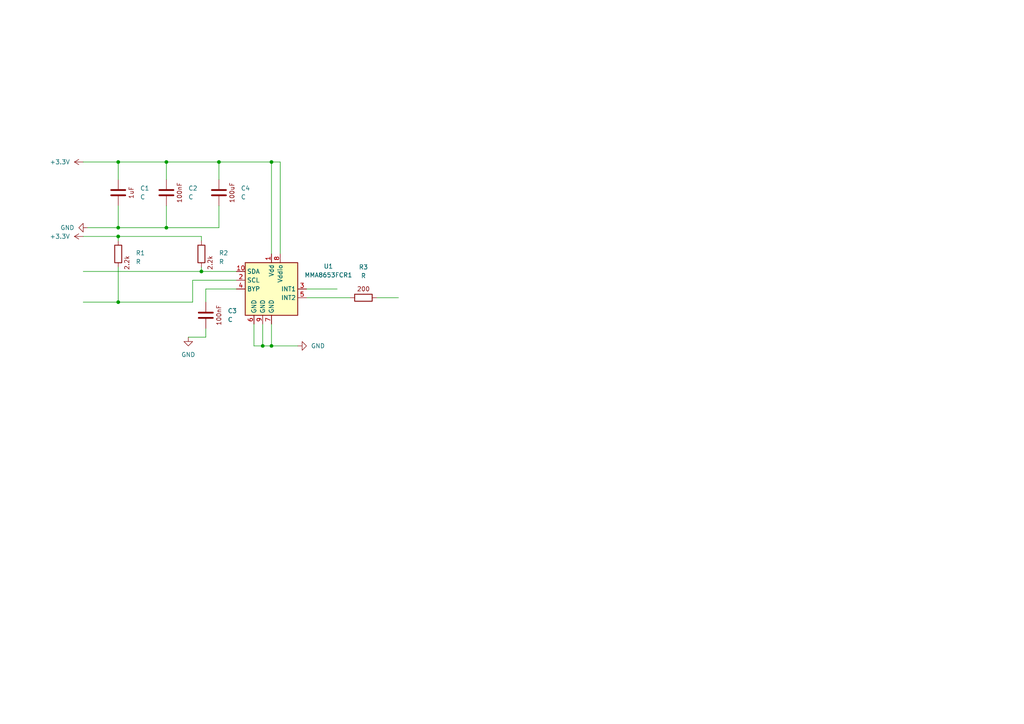
<source format=kicad_sch>
(kicad_sch (version 20211123) (generator eeschema)

  (uuid d236a666-e4e7-4b0f-afb4-96552d60ad53)

  (paper "A4")

  (lib_symbols
    (symbol "C_1" (pin_numbers hide) (pin_names (offset 0.254)) (in_bom yes) (on_board yes)
      (property "Reference" "C" (id 0) (at 0.635 2.54 0)
        (effects (font (size 1.27 1.27)) (justify left))
      )
      (property "Value" "C_1" (id 1) (at 0.635 -2.54 0)
        (effects (font (size 1.27 1.27)) (justify left))
      )
      (property "Footprint" "" (id 2) (at 0.9652 -3.81 0)
        (effects (font (size 1.27 1.27)) hide)
      )
      (property "Datasheet" "~" (id 3) (at 0 0 0)
        (effects (font (size 1.27 1.27)) hide)
      )
      (property "ki_keywords" "cap capacitor" (id 4) (at 0 0 0)
        (effects (font (size 1.27 1.27)) hide)
      )
      (property "ki_description" "Unpolarized capacitor" (id 5) (at 0 0 0)
        (effects (font (size 1.27 1.27)) hide)
      )
      (property "ki_fp_filters" "C_*" (id 6) (at 0 0 0)
        (effects (font (size 1.27 1.27)) hide)
      )
      (symbol "C_1_0_0"
        (text "100uF" (at 3.81 0 900)
          (effects (font (size 1.27 1.27)))
        )
      )
      (symbol "C_1_0_1"
        (polyline
          (pts
            (xy -2.032 -0.762)
            (xy 2.032 -0.762)
          )
          (stroke (width 0.508) (type default) (color 0 0 0 0))
          (fill (type none))
        )
        (polyline
          (pts
            (xy -2.032 0.762)
            (xy 2.032 0.762)
          )
          (stroke (width 0.508) (type default) (color 0 0 0 0))
          (fill (type none))
        )
      )
      (symbol "C_1_1_1"
        (pin passive line (at 0 3.81 270) (length 2.794)
          (name "~" (effects (font (size 1.27 1.27))))
          (number "1" (effects (font (size 1.27 1.27))))
        )
        (pin passive line (at 0 -3.81 90) (length 2.794)
          (name "~" (effects (font (size 1.27 1.27))))
          (number "2" (effects (font (size 1.27 1.27))))
        )
      )
    )
    (symbol "C_2" (pin_numbers hide) (pin_names (offset 0.254)) (in_bom yes) (on_board yes)
      (property "Reference" "C" (id 0) (at 0.635 2.54 0)
        (effects (font (size 1.27 1.27)) (justify left))
      )
      (property "Value" "C_2" (id 1) (at 0.635 -2.54 0)
        (effects (font (size 1.27 1.27)) (justify left))
      )
      (property "Footprint" "" (id 2) (at 0.9652 -3.81 0)
        (effects (font (size 1.27 1.27)) hide)
      )
      (property "Datasheet" "~" (id 3) (at 0 0 0)
        (effects (font (size 1.27 1.27)) hide)
      )
      (property "ki_keywords" "cap capacitor" (id 4) (at 0 0 0)
        (effects (font (size 1.27 1.27)) hide)
      )
      (property "ki_description" "Unpolarized capacitor" (id 5) (at 0 0 0)
        (effects (font (size 1.27 1.27)) hide)
      )
      (property "ki_fp_filters" "C_*" (id 6) (at 0 0 0)
        (effects (font (size 1.27 1.27)) hide)
      )
      (symbol "C_2_0_0"
        (text "1uF" (at 3.81 0 900)
          (effects (font (size 1.27 1.27)))
        )
      )
      (symbol "C_2_0_1"
        (polyline
          (pts
            (xy -2.032 -0.762)
            (xy 2.032 -0.762)
          )
          (stroke (width 0.508) (type default) (color 0 0 0 0))
          (fill (type none))
        )
        (polyline
          (pts
            (xy -2.032 0.762)
            (xy 2.032 0.762)
          )
          (stroke (width 0.508) (type default) (color 0 0 0 0))
          (fill (type none))
        )
      )
      (symbol "C_2_1_1"
        (pin passive line (at 0 3.81 270) (length 2.794)
          (name "~" (effects (font (size 1.27 1.27))))
          (number "1" (effects (font (size 1.27 1.27))))
        )
        (pin passive line (at 0 -3.81 90) (length 2.794)
          (name "~" (effects (font (size 1.27 1.27))))
          (number "2" (effects (font (size 1.27 1.27))))
        )
      )
    )
    (symbol "Device:C" (pin_numbers hide) (pin_names (offset 0.254)) (in_bom yes) (on_board yes)
      (property "Reference" "C" (id 0) (at 0.635 2.54 0)
        (effects (font (size 1.27 1.27)) (justify left))
      )
      (property "Value" "C" (id 1) (at 0.635 -2.54 0)
        (effects (font (size 1.27 1.27)) (justify left))
      )
      (property "Footprint" "" (id 2) (at 0.9652 -3.81 0)
        (effects (font (size 1.27 1.27)) hide)
      )
      (property "Datasheet" "~" (id 3) (at 0 0 0)
        (effects (font (size 1.27 1.27)) hide)
      )
      (property "ki_keywords" "cap capacitor" (id 4) (at 0 0 0)
        (effects (font (size 1.27 1.27)) hide)
      )
      (property "ki_description" "Unpolarized capacitor" (id 5) (at 0 0 0)
        (effects (font (size 1.27 1.27)) hide)
      )
      (property "ki_fp_filters" "C_*" (id 6) (at 0 0 0)
        (effects (font (size 1.27 1.27)) hide)
      )
      (symbol "C_0_0"
        (text "100nF" (at 3.81 0 900)
          (effects (font (size 1.27 1.27)))
        )
      )
      (symbol "C_0_1"
        (polyline
          (pts
            (xy -2.032 -0.762)
            (xy 2.032 -0.762)
          )
          (stroke (width 0.508) (type default) (color 0 0 0 0))
          (fill (type none))
        )
        (polyline
          (pts
            (xy -2.032 0.762)
            (xy 2.032 0.762)
          )
          (stroke (width 0.508) (type default) (color 0 0 0 0))
          (fill (type none))
        )
      )
      (symbol "C_1_1"
        (pin passive line (at 0 3.81 270) (length 2.794)
          (name "~" (effects (font (size 1.27 1.27))))
          (number "1" (effects (font (size 1.27 1.27))))
        )
        (pin passive line (at 0 -3.81 90) (length 2.794)
          (name "~" (effects (font (size 1.27 1.27))))
          (number "2" (effects (font (size 1.27 1.27))))
        )
      )
    )
    (symbol "Device:R" (pin_numbers hide) (pin_names (offset 0)) (in_bom yes) (on_board yes)
      (property "Reference" "R" (id 0) (at 2.032 0 90)
        (effects (font (size 1.27 1.27)))
      )
      (property "Value" "R" (id 1) (at 0 0 90)
        (effects (font (size 1.27 1.27)))
      )
      (property "Footprint" "" (id 2) (at -1.778 0 90)
        (effects (font (size 1.27 1.27)) hide)
      )
      (property "Datasheet" "~" (id 3) (at 0 0 0)
        (effects (font (size 1.27 1.27)) hide)
      )
      (property "ki_keywords" "R res resistor" (id 4) (at 0 0 0)
        (effects (font (size 1.27 1.27)) hide)
      )
      (property "ki_description" "Resistor" (id 5) (at 0 0 0)
        (effects (font (size 1.27 1.27)) hide)
      )
      (property "ki_fp_filters" "R_*" (id 6) (at 0 0 0)
        (effects (font (size 1.27 1.27)) hide)
      )
      (symbol "R_0_0"
        (text "2.2k" (at 2.54 -2.54 900)
          (effects (font (size 1.27 1.27)))
        )
      )
      (symbol "R_0_1"
        (rectangle (start -1.016 -2.54) (end 1.016 2.54)
          (stroke (width 0.254) (type default) (color 0 0 0 0))
          (fill (type none))
        )
      )
      (symbol "R_1_1"
        (pin passive line (at 0 3.81 270) (length 1.27)
          (name "~" (effects (font (size 1.27 1.27))))
          (number "1" (effects (font (size 1.27 1.27))))
        )
        (pin passive line (at 0 -3.81 90) (length 1.27)
          (name "~" (effects (font (size 1.27 1.27))))
          (number "2" (effects (font (size 1.27 1.27))))
        )
      )
    )
    (symbol "R_1" (pin_numbers hide) (pin_names (offset 0)) (in_bom yes) (on_board yes)
      (property "Reference" "R" (id 0) (at 2.032 0 90)
        (effects (font (size 1.27 1.27)))
      )
      (property "Value" "R_1" (id 1) (at 0 0 90)
        (effects (font (size 1.27 1.27)))
      )
      (property "Footprint" "" (id 2) (at -1.778 0 90)
        (effects (font (size 1.27 1.27)) hide)
      )
      (property "Datasheet" "~" (id 3) (at 0 0 0)
        (effects (font (size 1.27 1.27)) hide)
      )
      (property "ki_keywords" "R res resistor" (id 4) (at 0 0 0)
        (effects (font (size 1.27 1.27)) hide)
      )
      (property "ki_description" "Resistor" (id 5) (at 0 0 0)
        (effects (font (size 1.27 1.27)) hide)
      )
      (property "ki_fp_filters" "R_*" (id 6) (at 0 0 0)
        (effects (font (size 1.27 1.27)) hide)
      )
      (symbol "R_1_0_0"
        (text "200" (at -2.54 0 900)
          (effects (font (size 1.27 1.27)))
        )
      )
      (symbol "R_1_0_1"
        (rectangle (start -1.016 -2.54) (end 1.016 2.54)
          (stroke (width 0.254) (type default) (color 0 0 0 0))
          (fill (type none))
        )
      )
      (symbol "R_1_1_1"
        (pin passive line (at 0 3.81 270) (length 1.27)
          (name "~" (effects (font (size 1.27 1.27))))
          (number "1" (effects (font (size 1.27 1.27))))
        )
        (pin passive line (at 0 -3.81 90) (length 1.27)
          (name "~" (effects (font (size 1.27 1.27))))
          (number "2" (effects (font (size 1.27 1.27))))
        )
      )
    )
    (symbol "Sensor_Motion:MMA8653FCR1" (in_bom yes) (on_board yes)
      (property "Reference" "U" (id 0) (at -7.62 8.89 0)
        (effects (font (size 1.27 1.27)) (justify left))
      )
      (property "Value" "MMA8653FCR1" (id 1) (at 1.27 -8.89 0)
        (effects (font (size 1.27 1.27)) (justify left))
      )
      (property "Footprint" "Package_DFN_QFN:DFN-10_2x2mm_P0.4mm" (id 2) (at 1.27 -11.43 0)
        (effects (font (size 1.27 1.27)) (justify left) hide)
      )
      (property "Datasheet" "http://cache.freescale.com/files/sensors/doc/data_sheet/MMA8653FC.pdf" (id 3) (at -5.08 -1.27 0)
        (effects (font (size 1.27 1.27)) hide)
      )
      (property "ki_keywords" "Accelerometer I2C" (id 4) (at 0 0 0)
        (effects (font (size 1.27 1.27)) hide)
      )
      (property "ki_description" "3-Axis 10-bit Digital Accelerometer with I2C interface" (id 5) (at 0 0 0)
        (effects (font (size 1.27 1.27)) hide)
      )
      (property "ki_fp_filters" "DFN*2x2mm*P0.4mm*" (id 6) (at 0 0 0)
        (effects (font (size 1.27 1.27)) hide)
      )
      (symbol "MMA8653FCR1_0_1"
        (rectangle (start -7.62 7.62) (end 7.62 -7.62)
          (stroke (width 0.254) (type default) (color 0 0 0 0))
          (fill (type background))
        )
      )
      (symbol "MMA8653FCR1_1_1"
        (pin power_in line (at 0 10.16 270) (length 2.54)
          (name "Vdd" (effects (font (size 1.27 1.27))))
          (number "1" (effects (font (size 1.27 1.27))))
        )
        (pin input line (at -10.16 5.08 0) (length 2.54)
          (name "SDA" (effects (font (size 1.27 1.27))))
          (number "10" (effects (font (size 1.27 1.27))))
        )
        (pin input line (at -10.16 2.54 0) (length 2.54)
          (name "SCL" (effects (font (size 1.27 1.27))))
          (number "2" (effects (font (size 1.27 1.27))))
        )
        (pin output line (at 10.16 0 180) (length 2.54)
          (name "INT1" (effects (font (size 1.27 1.27))))
          (number "3" (effects (font (size 1.27 1.27))))
        )
        (pin input line (at -10.16 0 0) (length 2.54)
          (name "BYP" (effects (font (size 1.27 1.27))))
          (number "4" (effects (font (size 1.27 1.27))))
        )
        (pin output line (at 10.16 -2.54 180) (length 2.54)
          (name "INT2" (effects (font (size 1.27 1.27))))
          (number "5" (effects (font (size 1.27 1.27))))
        )
        (pin power_in line (at -5.08 -10.16 90) (length 2.54)
          (name "GND" (effects (font (size 1.27 1.27))))
          (number "6" (effects (font (size 1.27 1.27))))
        )
        (pin power_in line (at 0 -10.16 90) (length 2.54)
          (name "GND" (effects (font (size 1.27 1.27))))
          (number "7" (effects (font (size 1.27 1.27))))
        )
        (pin power_in line (at 2.54 10.16 270) (length 2.54)
          (name "Vddio" (effects (font (size 1.27 1.27))))
          (number "8" (effects (font (size 1.27 1.27))))
        )
        (pin power_in line (at -2.54 -10.16 90) (length 2.54)
          (name "GND" (effects (font (size 1.27 1.27))))
          (number "9" (effects (font (size 1.27 1.27))))
        )
      )
    )
    (symbol "power:+3.3V" (power) (pin_names (offset 0)) (in_bom yes) (on_board yes)
      (property "Reference" "#PWR" (id 0) (at 0 -3.81 0)
        (effects (font (size 1.27 1.27)) hide)
      )
      (property "Value" "+3.3V" (id 1) (at 0 3.556 0)
        (effects (font (size 1.27 1.27)))
      )
      (property "Footprint" "" (id 2) (at 0 0 0)
        (effects (font (size 1.27 1.27)) hide)
      )
      (property "Datasheet" "" (id 3) (at 0 0 0)
        (effects (font (size 1.27 1.27)) hide)
      )
      (property "ki_keywords" "power-flag" (id 4) (at 0 0 0)
        (effects (font (size 1.27 1.27)) hide)
      )
      (property "ki_description" "Power symbol creates a global label with name \"+3.3V\"" (id 5) (at 0 0 0)
        (effects (font (size 1.27 1.27)) hide)
      )
      (symbol "+3.3V_0_1"
        (polyline
          (pts
            (xy -0.762 1.27)
            (xy 0 2.54)
          )
          (stroke (width 0) (type default) (color 0 0 0 0))
          (fill (type none))
        )
        (polyline
          (pts
            (xy 0 0)
            (xy 0 2.54)
          )
          (stroke (width 0) (type default) (color 0 0 0 0))
          (fill (type none))
        )
        (polyline
          (pts
            (xy 0 2.54)
            (xy 0.762 1.27)
          )
          (stroke (width 0) (type default) (color 0 0 0 0))
          (fill (type none))
        )
      )
      (symbol "+3.3V_1_1"
        (pin power_in line (at 0 0 90) (length 0) hide
          (name "+3.3V" (effects (font (size 1.27 1.27))))
          (number "1" (effects (font (size 1.27 1.27))))
        )
      )
    )
    (symbol "power:GND" (power) (pin_names (offset 0)) (in_bom yes) (on_board yes)
      (property "Reference" "#PWR" (id 0) (at 0 -6.35 0)
        (effects (font (size 1.27 1.27)) hide)
      )
      (property "Value" "GND" (id 1) (at 0 -3.81 0)
        (effects (font (size 1.27 1.27)))
      )
      (property "Footprint" "" (id 2) (at 0 0 0)
        (effects (font (size 1.27 1.27)) hide)
      )
      (property "Datasheet" "" (id 3) (at 0 0 0)
        (effects (font (size 1.27 1.27)) hide)
      )
      (property "ki_keywords" "power-flag" (id 4) (at 0 0 0)
        (effects (font (size 1.27 1.27)) hide)
      )
      (property "ki_description" "Power symbol creates a global label with name \"GND\" , ground" (id 5) (at 0 0 0)
        (effects (font (size 1.27 1.27)) hide)
      )
      (symbol "GND_0_1"
        (polyline
          (pts
            (xy 0 0)
            (xy 0 -1.27)
            (xy 1.27 -1.27)
            (xy 0 -2.54)
            (xy -1.27 -1.27)
            (xy 0 -1.27)
          )
          (stroke (width 0) (type default) (color 0 0 0 0))
          (fill (type none))
        )
      )
      (symbol "GND_1_1"
        (pin power_in line (at 0 0 270) (length 0) hide
          (name "GND" (effects (font (size 1.27 1.27))))
          (number "1" (effects (font (size 1.27 1.27))))
        )
      )
    )
  )

  (junction (at 34.29 68.58) (diameter 0) (color 0 0 0 0)
    (uuid 02642d39-88f9-481d-ba7c-d83ab50b8154)
  )
  (junction (at 63.5 46.99) (diameter 0) (color 0 0 0 0)
    (uuid 1740acf6-713b-4e1b-bcaa-8e07b3732ee4)
  )
  (junction (at 76.2 100.33) (diameter 0) (color 0 0 0 0)
    (uuid 252756de-538b-4822-8e5b-1fb12653ef1f)
  )
  (junction (at 48.26 66.04) (diameter 0) (color 0 0 0 0)
    (uuid 633a397b-5f50-4a87-af2c-b11383adeeda)
  )
  (junction (at 34.29 46.99) (diameter 0) (color 0 0 0 0)
    (uuid 6adcd807-8430-42f8-9033-7af34713bb2c)
  )
  (junction (at 34.29 87.63) (diameter 0) (color 0 0 0 0)
    (uuid 6f2c5486-0822-450e-a0f3-dcac232528c5)
  )
  (junction (at 34.29 66.04) (diameter 0) (color 0 0 0 0)
    (uuid 8477f67b-1012-4688-9f41-58c88c5a4417)
  )
  (junction (at 58.42 78.74) (diameter 0) (color 0 0 0 0)
    (uuid 9b44d971-430d-4247-ac56-3375021a5035)
  )
  (junction (at 78.74 100.33) (diameter 0) (color 0 0 0 0)
    (uuid c7f5c335-470d-493d-b3f5-1e22ed9b999f)
  )
  (junction (at 48.26 46.99) (diameter 0) (color 0 0 0 0)
    (uuid e5fdc36e-1ac8-476b-ac98-9f88dee8509e)
  )
  (junction (at 78.74 46.99) (diameter 0) (color 0 0 0 0)
    (uuid eb2be10f-93f0-4eee-a4d5-35d010c287f4)
  )

  (wire (pts (xy 63.5 46.99) (xy 63.5 52.07))
    (stroke (width 0) (type default) (color 0 0 0 0))
    (uuid 03738ea7-4da0-4335-a306-858304d9022a)
  )
  (wire (pts (xy 24.13 46.99) (xy 34.29 46.99))
    (stroke (width 0) (type default) (color 0 0 0 0))
    (uuid 058608f5-4e07-43ca-83d9-790b6c67df3a)
  )
  (wire (pts (xy 81.28 46.99) (xy 81.28 73.66))
    (stroke (width 0) (type default) (color 0 0 0 0))
    (uuid 1c16e659-b43c-4279-abe1-5e661bd68542)
  )
  (wire (pts (xy 59.69 95.25) (xy 59.69 97.79))
    (stroke (width 0) (type default) (color 0 0 0 0))
    (uuid 24c7a419-9a16-40cc-99dd-8e14c9d084e1)
  )
  (wire (pts (xy 25.4 66.04) (xy 34.29 66.04))
    (stroke (width 0) (type default) (color 0 0 0 0))
    (uuid 25cbcb55-810f-4225-9d28-27922997aff3)
  )
  (wire (pts (xy 109.22 86.36) (xy 115.57 86.36))
    (stroke (width 0) (type default) (color 0 0 0 0))
    (uuid 2d1c23e5-a3fa-4ef1-9d9f-271afab5289a)
  )
  (wire (pts (xy 54.61 97.79) (xy 59.69 97.79))
    (stroke (width 0) (type default) (color 0 0 0 0))
    (uuid 30dd4239-c681-4321-8735-aea2f54c782b)
  )
  (wire (pts (xy 78.74 93.98) (xy 78.74 100.33))
    (stroke (width 0) (type default) (color 0 0 0 0))
    (uuid 36589ff0-0a05-4f3c-9525-76259dda009c)
  )
  (wire (pts (xy 68.58 83.82) (xy 59.69 83.82))
    (stroke (width 0) (type default) (color 0 0 0 0))
    (uuid 3a7b49b6-7fb8-471c-9e4f-fe2c536152e7)
  )
  (wire (pts (xy 63.5 59.69) (xy 63.5 66.04))
    (stroke (width 0) (type default) (color 0 0 0 0))
    (uuid 3af47327-82b5-40ef-a768-fc6c3205fc41)
  )
  (wire (pts (xy 73.66 100.33) (xy 76.2 100.33))
    (stroke (width 0) (type default) (color 0 0 0 0))
    (uuid 3dd74a80-a699-4bad-860f-9ce006ccb727)
  )
  (wire (pts (xy 48.26 46.99) (xy 63.5 46.99))
    (stroke (width 0) (type default) (color 0 0 0 0))
    (uuid 3fc52358-94f9-48df-b80f-e3c9bef8a546)
  )
  (wire (pts (xy 76.2 93.98) (xy 76.2 100.33))
    (stroke (width 0) (type default) (color 0 0 0 0))
    (uuid 4801cce3-3ee8-48d6-869c-a1e974fe0f81)
  )
  (wire (pts (xy 78.74 46.99) (xy 78.74 73.66))
    (stroke (width 0) (type default) (color 0 0 0 0))
    (uuid 482f8bc3-8ff1-4b2b-bfa2-8e753c0b77dc)
  )
  (wire (pts (xy 68.58 81.28) (xy 55.88 81.28))
    (stroke (width 0) (type default) (color 0 0 0 0))
    (uuid 49e4a58d-d15b-45d3-bfa8-f8e675b9bd5a)
  )
  (wire (pts (xy 88.9 83.82) (xy 97.79 83.82))
    (stroke (width 0) (type default) (color 0 0 0 0))
    (uuid 4b4ebcf1-f520-4946-bc6c-7f46a73824ae)
  )
  (wire (pts (xy 48.26 66.04) (xy 63.5 66.04))
    (stroke (width 0) (type default) (color 0 0 0 0))
    (uuid 4f07ff60-fece-4382-831f-5847050fecde)
  )
  (wire (pts (xy 73.66 93.98) (xy 73.66 100.33))
    (stroke (width 0) (type default) (color 0 0 0 0))
    (uuid 54baf46d-d757-481b-9f0b-154e5bfeaf00)
  )
  (wire (pts (xy 59.69 83.82) (xy 59.69 87.63))
    (stroke (width 0) (type default) (color 0 0 0 0))
    (uuid 8d65f54d-8a53-4790-836c-9ea260131753)
  )
  (wire (pts (xy 34.29 68.58) (xy 58.42 68.58))
    (stroke (width 0) (type default) (color 0 0 0 0))
    (uuid 8de1aef0-03b8-41ff-95b9-c7edf58e5b00)
  )
  (wire (pts (xy 48.26 46.99) (xy 48.26 52.07))
    (stroke (width 0) (type default) (color 0 0 0 0))
    (uuid 8f928ed2-47aa-4e7b-b00f-301d7c265a8b)
  )
  (wire (pts (xy 58.42 69.85) (xy 58.42 68.58))
    (stroke (width 0) (type default) (color 0 0 0 0))
    (uuid 9736fcff-dadb-4599-bbb0-a3de25905cec)
  )
  (wire (pts (xy 34.29 46.99) (xy 34.29 52.07))
    (stroke (width 0) (type default) (color 0 0 0 0))
    (uuid 9ac6677b-34bc-4ca0-85b0-57eb78885307)
  )
  (wire (pts (xy 34.29 87.63) (xy 55.88 87.63))
    (stroke (width 0) (type default) (color 0 0 0 0))
    (uuid a940d42f-bb11-4b64-81ca-c3e2abc4e63c)
  )
  (wire (pts (xy 78.74 100.33) (xy 86.36 100.33))
    (stroke (width 0) (type default) (color 0 0 0 0))
    (uuid b0fc91f3-41d2-427a-b0d0-5f332b8688ed)
  )
  (wire (pts (xy 34.29 59.69) (xy 34.29 66.04))
    (stroke (width 0) (type default) (color 0 0 0 0))
    (uuid b19a0046-9b08-48bb-838c-7111dcbfe3fd)
  )
  (wire (pts (xy 48.26 59.69) (xy 48.26 66.04))
    (stroke (width 0) (type default) (color 0 0 0 0))
    (uuid b2bb2fde-f049-4c45-bab5-51258987f258)
  )
  (wire (pts (xy 34.29 68.58) (xy 34.29 69.85))
    (stroke (width 0) (type default) (color 0 0 0 0))
    (uuid b421f872-48e0-452f-9c00-6997c521caaa)
  )
  (wire (pts (xy 34.29 46.99) (xy 48.26 46.99))
    (stroke (width 0) (type default) (color 0 0 0 0))
    (uuid b65e1f7f-ebca-4104-8a91-a8693eeec097)
  )
  (wire (pts (xy 88.9 86.36) (xy 101.6 86.36))
    (stroke (width 0) (type default) (color 0 0 0 0))
    (uuid b71621f7-bfec-4f50-b0a3-92110c1a7f61)
  )
  (wire (pts (xy 78.74 46.99) (xy 81.28 46.99))
    (stroke (width 0) (type default) (color 0 0 0 0))
    (uuid bb281149-77b5-4005-b83d-2845f348798a)
  )
  (wire (pts (xy 34.29 77.47) (xy 34.29 87.63))
    (stroke (width 0) (type default) (color 0 0 0 0))
    (uuid bba990c9-dd2b-4021-8f3b-d25e7e216382)
  )
  (wire (pts (xy 58.42 78.74) (xy 58.42 77.47))
    (stroke (width 0) (type default) (color 0 0 0 0))
    (uuid c9149d51-e9f7-4c51-847c-a9dec71baf69)
  )
  (wire (pts (xy 24.13 68.58) (xy 34.29 68.58))
    (stroke (width 0) (type default) (color 0 0 0 0))
    (uuid cc3c9643-6451-42ee-b024-9d40dfd5abd9)
  )
  (wire (pts (xy 55.88 81.28) (xy 55.88 87.63))
    (stroke (width 0) (type default) (color 0 0 0 0))
    (uuid cd41cede-5ff3-45d0-85c6-199a7b457db2)
  )
  (wire (pts (xy 24.13 78.74) (xy 58.42 78.74))
    (stroke (width 0) (type default) (color 0 0 0 0))
    (uuid cfdfa503-3335-407e-b579-2b540a4f420e)
  )
  (wire (pts (xy 76.2 100.33) (xy 78.74 100.33))
    (stroke (width 0) (type default) (color 0 0 0 0))
    (uuid da010793-b21e-46f1-9a83-24900aa0119a)
  )
  (wire (pts (xy 24.13 87.63) (xy 34.29 87.63))
    (stroke (width 0) (type default) (color 0 0 0 0))
    (uuid db629d44-2fbf-466b-bdbd-778a78480a94)
  )
  (wire (pts (xy 63.5 46.99) (xy 78.74 46.99))
    (stroke (width 0) (type default) (color 0 0 0 0))
    (uuid eec3350a-4121-41fa-adae-06cc76993402)
  )
  (wire (pts (xy 34.29 66.04) (xy 48.26 66.04))
    (stroke (width 0) (type default) (color 0 0 0 0))
    (uuid fab4ef5f-d9d1-45b0-ba58-bb9fd61fa087)
  )
  (wire (pts (xy 58.42 78.74) (xy 68.58 78.74))
    (stroke (width 0) (type default) (color 0 0 0 0))
    (uuid ffdfe6fe-8062-4239-af8f-ad2a5b099d1f)
  )

  (symbol (lib_id "power:+3.3V") (at 24.13 46.99 90) (unit 1)
    (in_bom yes) (on_board yes) (fields_autoplaced)
    (uuid 0392662e-6b63-4a5d-81e3-63a4a48acc16)
    (property "Reference" "#PWR?" (id 0) (at 27.94 46.99 0)
      (effects (font (size 1.27 1.27)) hide)
    )
    (property "Value" "+3.3V" (id 1) (at 20.32 46.9899 90)
      (effects (font (size 1.27 1.27)) (justify left))
    )
    (property "Footprint" "" (id 2) (at 24.13 46.99 0)
      (effects (font (size 1.27 1.27)) hide)
    )
    (property "Datasheet" "" (id 3) (at 24.13 46.99 0)
      (effects (font (size 1.27 1.27)) hide)
    )
    (pin "1" (uuid 508f2293-f25a-4127-9082-f39a0316e5a4))
  )

  (symbol (lib_id "Device:C") (at 59.69 91.44 0) (unit 1)
    (in_bom yes) (on_board yes) (fields_autoplaced)
    (uuid 0fff1c5f-ba13-4ea4-85e1-bcea082d1552)
    (property "Reference" "C3" (id 0) (at 66.04 90.1699 0)
      (effects (font (size 1.27 1.27)) (justify left))
    )
    (property "Value" "C" (id 1) (at 66.04 92.7099 0)
      (effects (font (size 1.27 1.27)) (justify left))
    )
    (property "Footprint" "" (id 2) (at 60.6552 95.25 0)
      (effects (font (size 1.27 1.27)) hide)
    )
    (property "Datasheet" "~" (id 3) (at 59.69 91.44 0)
      (effects (font (size 1.27 1.27)) hide)
    )
    (pin "1" (uuid 2e2e2abb-c935-4dce-b058-3f14e53b3031))
    (pin "2" (uuid 170ccf50-b0a7-445f-8aa4-bc2f7e489dbd))
  )

  (symbol (lib_id "power:GND") (at 25.4 66.04 270) (unit 1)
    (in_bom yes) (on_board yes) (fields_autoplaced)
    (uuid 19a69d0f-dbbc-472b-aa6f-91ef1ec9c5b0)
    (property "Reference" "#PWR0101" (id 0) (at 19.05 66.04 0)
      (effects (font (size 1.27 1.27)) hide)
    )
    (property "Value" "GND" (id 1) (at 21.59 66.0399 90)
      (effects (font (size 1.27 1.27)) (justify right))
    )
    (property "Footprint" "" (id 2) (at 25.4 66.04 0)
      (effects (font (size 1.27 1.27)) hide)
    )
    (property "Datasheet" "" (id 3) (at 25.4 66.04 0)
      (effects (font (size 1.27 1.27)) hide)
    )
    (pin "1" (uuid d11cc731-f1e0-4166-b004-4e86adf743ce))
  )

  (symbol (lib_id "power:GND") (at 86.36 100.33 90) (unit 1)
    (in_bom yes) (on_board yes) (fields_autoplaced)
    (uuid 25c63f46-a2ce-40cb-9cdc-47577a12e68f)
    (property "Reference" "#PWR03" (id 0) (at 92.71 100.33 0)
      (effects (font (size 1.27 1.27)) hide)
    )
    (property "Value" "GND" (id 1) (at 90.17 100.3299 90)
      (effects (font (size 1.27 1.27)) (justify right))
    )
    (property "Footprint" "" (id 2) (at 86.36 100.33 0)
      (effects (font (size 1.27 1.27)) hide)
    )
    (property "Datasheet" "" (id 3) (at 86.36 100.33 0)
      (effects (font (size 1.27 1.27)) hide)
    )
    (pin "1" (uuid 0dd3acec-66d8-4ce1-9a4b-09dfdde428ae))
  )

  (symbol (lib_id "power:+3.3V") (at 24.13 68.58 90) (unit 1)
    (in_bom yes) (on_board yes) (fields_autoplaced)
    (uuid 54d0017f-b4fc-44ed-bbce-bcc7011137e8)
    (property "Reference" "#PWR01" (id 0) (at 27.94 68.58 0)
      (effects (font (size 1.27 1.27)) hide)
    )
    (property "Value" "+3.3V" (id 1) (at 20.32 68.5799 90)
      (effects (font (size 1.27 1.27)) (justify left))
    )
    (property "Footprint" "" (id 2) (at 24.13 68.58 0)
      (effects (font (size 1.27 1.27)) hide)
    )
    (property "Datasheet" "" (id 3) (at 24.13 68.58 0)
      (effects (font (size 1.27 1.27)) hide)
    )
    (pin "1" (uuid 4f9000dd-a5e1-4993-bec4-3ad5e8ba265c))
  )

  (symbol (lib_name "C_1") (lib_id "Device:C") (at 63.5 55.88 0) (unit 1)
    (in_bom yes) (on_board yes) (fields_autoplaced)
    (uuid 5e197e3b-e19c-4479-91b8-8fdb697abce0)
    (property "Reference" "C4" (id 0) (at 69.85 54.6099 0)
      (effects (font (size 1.27 1.27)) (justify left))
    )
    (property "Value" "C" (id 1) (at 69.85 57.1499 0)
      (effects (font (size 1.27 1.27)) (justify left))
    )
    (property "Footprint" "" (id 2) (at 64.4652 59.69 0)
      (effects (font (size 1.27 1.27)) hide)
    )
    (property "Datasheet" "~" (id 3) (at 63.5 55.88 0)
      (effects (font (size 1.27 1.27)) hide)
    )
    (pin "1" (uuid 39b9ee9a-4ab7-49ee-bd60-db7722c01f39))
    (pin "2" (uuid ebcd0047-c454-424e-9db4-ca5b14715606))
  )

  (symbol (lib_name "R_1") (lib_id "Device:R") (at 105.41 86.36 270) (unit 1)
    (in_bom yes) (on_board yes) (fields_autoplaced)
    (uuid 6d2df929-71fa-49c2-a30c-d897bbc37a47)
    (property "Reference" "R3" (id 0) (at 105.41 77.47 90))
    (property "Value" "R" (id 1) (at 105.41 80.01 90))
    (property "Footprint" "" (id 2) (at 105.41 84.582 90)
      (effects (font (size 1.27 1.27)) hide)
    )
    (property "Datasheet" "~" (id 3) (at 105.41 86.36 0)
      (effects (font (size 1.27 1.27)) hide)
    )
    (pin "1" (uuid de16b55d-ae0f-4b1a-a61a-4c2867d48602))
    (pin "2" (uuid 81c6bee1-0b1d-42b8-8ef9-a87cdfe95053))
  )

  (symbol (lib_id "power:GND") (at 54.61 97.79 0) (unit 1)
    (in_bom yes) (on_board yes) (fields_autoplaced)
    (uuid a7a939a0-9092-406b-8f3a-8c22933760d9)
    (property "Reference" "#PWR02" (id 0) (at 54.61 104.14 0)
      (effects (font (size 1.27 1.27)) hide)
    )
    (property "Value" "GND" (id 1) (at 54.61 102.87 0))
    (property "Footprint" "" (id 2) (at 54.61 97.79 0)
      (effects (font (size 1.27 1.27)) hide)
    )
    (property "Datasheet" "" (id 3) (at 54.61 97.79 0)
      (effects (font (size 1.27 1.27)) hide)
    )
    (pin "1" (uuid 211578ca-c234-43ff-959a-5759a515d7c0))
  )

  (symbol (lib_name "C_2") (lib_id "Device:C") (at 34.29 55.88 0) (unit 1)
    (in_bom yes) (on_board yes) (fields_autoplaced)
    (uuid ad049c7e-f8c7-48a1-bf41-6e7789e484be)
    (property "Reference" "C1" (id 0) (at 40.64 54.6098 0)
      (effects (font (size 1.27 1.27)) (justify left))
    )
    (property "Value" "C" (id 1) (at 40.64 57.1498 0)
      (effects (font (size 1.27 1.27)) (justify left))
    )
    (property "Footprint" "" (id 2) (at 35.2552 59.69 0)
      (effects (font (size 1.27 1.27)) hide)
    )
    (property "Datasheet" "~" (id 3) (at 34.29 55.88 0)
      (effects (font (size 1.27 1.27)) hide)
    )
    (pin "1" (uuid 1018dadb-ea36-4efc-9487-6b92ae094406))
    (pin "2" (uuid 3e7624af-c513-4efb-830c-833de64f5089))
  )

  (symbol (lib_id "Device:R") (at 34.29 73.66 0) (unit 1)
    (in_bom yes) (on_board yes) (fields_autoplaced)
    (uuid c255f0ea-9f43-4239-977c-52b0c4913bc4)
    (property "Reference" "R1" (id 0) (at 39.37 73.379 0)
      (effects (font (size 1.27 1.27)) (justify left))
    )
    (property "Value" "R" (id 1) (at 39.37 75.919 0)
      (effects (font (size 1.27 1.27)) (justify left))
    )
    (property "Footprint" "" (id 2) (at 32.512 73.66 90)
      (effects (font (size 1.27 1.27)) hide)
    )
    (property "Datasheet" "~" (id 3) (at 34.29 73.66 0)
      (effects (font (size 1.27 1.27)) hide)
    )
    (pin "1" (uuid 4dfc9e69-e529-4654-ae6a-f9cebb65a5de))
    (pin "2" (uuid 82b23480-b163-4efb-95b3-79f18feb8ff7))
  )

  (symbol (lib_id "Device:C") (at 48.26 55.88 0) (unit 1)
    (in_bom yes) (on_board yes) (fields_autoplaced)
    (uuid ee3a0216-c7db-4cbe-9b36-a13e34dbacca)
    (property "Reference" "C2" (id 0) (at 54.61 54.6099 0)
      (effects (font (size 1.27 1.27)) (justify left))
    )
    (property "Value" "C" (id 1) (at 54.61 57.1499 0)
      (effects (font (size 1.27 1.27)) (justify left))
    )
    (property "Footprint" "" (id 2) (at 49.2252 59.69 0)
      (effects (font (size 1.27 1.27)) hide)
    )
    (property "Datasheet" "~" (id 3) (at 48.26 55.88 0)
      (effects (font (size 1.27 1.27)) hide)
    )
    (pin "1" (uuid 4b9da2b4-097d-49d0-a221-0965b55773b4))
    (pin "2" (uuid 3e3f4e49-9c7e-4d0d-a279-098c0e6958bb))
  )

  (symbol (lib_id "Device:R") (at 58.42 73.66 0) (unit 1)
    (in_bom yes) (on_board yes) (fields_autoplaced)
    (uuid fc2ca197-dc3c-4940-b537-4fa20aecbfa4)
    (property "Reference" "R2" (id 0) (at 63.5 73.379 0)
      (effects (font (size 1.27 1.27)) (justify left))
    )
    (property "Value" "R" (id 1) (at 63.5 75.919 0)
      (effects (font (size 1.27 1.27)) (justify left))
    )
    (property "Footprint" "" (id 2) (at 56.642 73.66 90)
      (effects (font (size 1.27 1.27)) hide)
    )
    (property "Datasheet" "~" (id 3) (at 58.42 73.66 0)
      (effects (font (size 1.27 1.27)) hide)
    )
    (pin "1" (uuid c1bdf1b5-a522-4361-a1bb-1819c27c23c1))
    (pin "2" (uuid f4c48ff3-b730-4d6d-bcb0-41824ae03d16))
  )

  (symbol (lib_id "Sensor_Motion:MMA8653FCR1") (at 78.74 83.82 0) (unit 1)
    (in_bom yes) (on_board yes) (fields_autoplaced)
    (uuid fd4fee42-8150-4578-a427-fd7e46b57c43)
    (property "Reference" "U1" (id 0) (at 95.25 77.2412 0))
    (property "Value" "MMA8653FCR1" (id 1) (at 95.25 79.7812 0))
    (property "Footprint" "Package_DFN_QFN:DFN-10_2x2mm_P0.4mm" (id 2) (at 80.01 95.25 0)
      (effects (font (size 1.27 1.27)) (justify left) hide)
    )
    (property "Datasheet" "http://cache.freescale.com/files/sensors/doc/data_sheet/MMA8653FC.pdf" (id 3) (at 73.66 85.09 0)
      (effects (font (size 1.27 1.27)) hide)
    )
    (pin "1" (uuid 9ee69e98-76a3-4767-ae97-2cea20d1fb34))
    (pin "10" (uuid 0b5d4d36-c111-4069-af5d-482438887918))
    (pin "2" (uuid a2f2e647-52b9-4f25-b763-9e0f24110f0c))
    (pin "3" (uuid 26f88505-d281-47de-bb8a-1c6f5f09c7bb))
    (pin "4" (uuid 6d82fa78-7a00-448b-b2ae-0e80be2f6cd2))
    (pin "5" (uuid 7121d2e1-956a-4421-a44d-7d944b8b5e29))
    (pin "6" (uuid dd5c1c71-152f-4e3c-b30c-1df3fd5fcef4))
    (pin "7" (uuid 9d6285a8-4025-4ad1-b743-9694a8e33b58))
    (pin "8" (uuid f625be9d-025a-4010-91d8-b0068ab91c73))
    (pin "9" (uuid 37df170d-5bca-4544-b43d-03b4e387516f))
  )

  (sheet_instances
    (path "/" (page "1"))
  )

  (symbol_instances
    (path "/54d0017f-b4fc-44ed-bbce-bcc7011137e8"
      (reference "#PWR01") (unit 1) (value "+3.3V") (footprint "")
    )
    (path "/a7a939a0-9092-406b-8f3a-8c22933760d9"
      (reference "#PWR02") (unit 1) (value "GND") (footprint "")
    )
    (path "/25c63f46-a2ce-40cb-9cdc-47577a12e68f"
      (reference "#PWR03") (unit 1) (value "GND") (footprint "")
    )
    (path "/19a69d0f-dbbc-472b-aa6f-91ef1ec9c5b0"
      (reference "#PWR0101") (unit 1) (value "GND") (footprint "")
    )
    (path "/0392662e-6b63-4a5d-81e3-63a4a48acc16"
      (reference "#PWR?") (unit 1) (value "+3.3V") (footprint "")
    )
    (path "/ad049c7e-f8c7-48a1-bf41-6e7789e484be"
      (reference "C1") (unit 1) (value "C") (footprint "")
    )
    (path "/ee3a0216-c7db-4cbe-9b36-a13e34dbacca"
      (reference "C2") (unit 1) (value "C") (footprint "")
    )
    (path "/0fff1c5f-ba13-4ea4-85e1-bcea082d1552"
      (reference "C3") (unit 1) (value "C") (footprint "")
    )
    (path "/5e197e3b-e19c-4479-91b8-8fdb697abce0"
      (reference "C4") (unit 1) (value "C") (footprint "")
    )
    (path "/c255f0ea-9f43-4239-977c-52b0c4913bc4"
      (reference "R1") (unit 1) (value "R") (footprint "")
    )
    (path "/fc2ca197-dc3c-4940-b537-4fa20aecbfa4"
      (reference "R2") (unit 1) (value "R") (footprint "")
    )
    (path "/6d2df929-71fa-49c2-a30c-d897bbc37a47"
      (reference "R3") (unit 1) (value "R") (footprint "")
    )
    (path "/fd4fee42-8150-4578-a427-fd7e46b57c43"
      (reference "U1") (unit 1) (value "MMA8653FCR1") (footprint "Package_DFN_QFN:DFN-10_2x2mm_P0.4mm")
    )
  )
)

</source>
